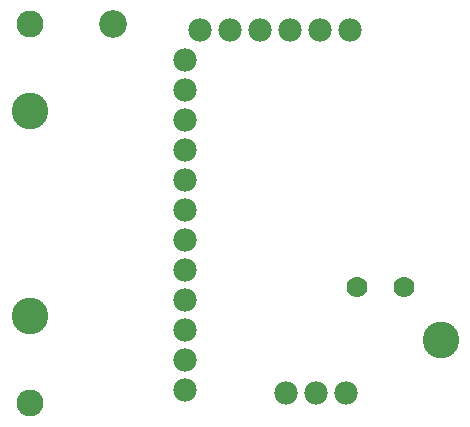
<source format=gbs>
G75*
%MOIN*%
%OFA0B0*%
%FSLAX25Y25*%
%IPPOS*%
%LPD*%
%AMOC8*
5,1,8,0,0,1.08239X$1,22.5*
%
%ADD10C,0.12211*%
%ADD11C,0.07800*%
%ADD12C,0.07000*%
%ADD13C,0.09000*%
%ADD14C,0.09258*%
D10*
X0036933Y0041815D03*
X0036933Y0110004D03*
X0173941Y0033783D03*
D11*
X0142366Y0016067D03*
X0132366Y0016067D03*
X0122366Y0016067D03*
X0088705Y0017209D03*
X0088705Y0027209D03*
X0088705Y0037209D03*
X0088705Y0047209D03*
X0088705Y0057209D03*
X0088705Y0067209D03*
X0088705Y0077209D03*
X0088705Y0087209D03*
X0088705Y0097209D03*
X0088705Y0107209D03*
X0088705Y0117209D03*
X0088705Y0127209D03*
X0093705Y0137209D03*
X0103705Y0137209D03*
X0113705Y0137209D03*
X0123705Y0137209D03*
X0133705Y0137209D03*
X0143705Y0137209D03*
D12*
X0145988Y0051500D03*
X0161736Y0051500D03*
D13*
X0036933Y0012661D03*
X0036933Y0139157D03*
D14*
X0064925Y0139157D03*
M02*

</source>
